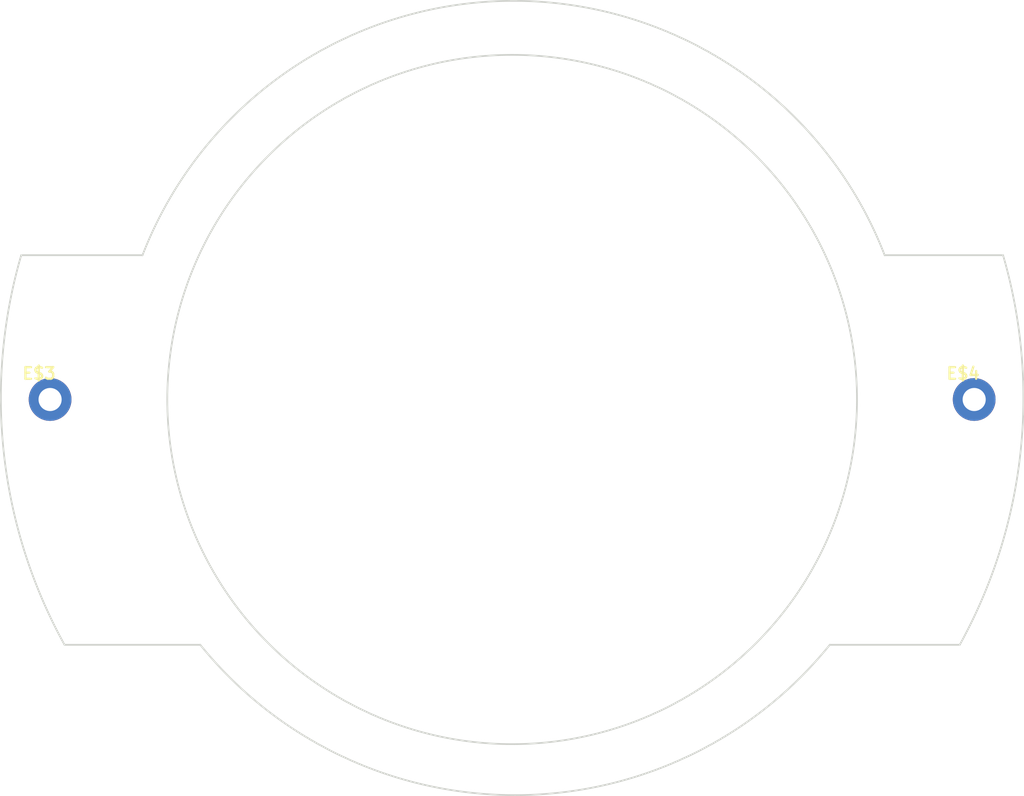
<source format=kicad_pcb>
(kicad_pcb (version 20221018) (generator pcbnew)
  (layers (0 "F.Cu" signal) (31 "B.Cu" signal) (34 "B.Paste" user) (35 "F.Paste" user) (36 "B.SilkS" user "B.Silkscreen") (37 "F.SilkS" user "F.Silkscreen") (38 "B.Mask" user) (39 "F.Mask" user) (44 "Edge.Cuts" user))
  (net 0 "")
  (footprint "working:1X01_NO_SILK" (layer "F.Cu") (at 168.8211 105.070224)
    (fp_text reference "E$4" (at -1.27 -1.143) (layer "F.SilkS") (effects (font (size 0.512064 0.512064) (thickness 0.097536)) (justify left)))
    (fp_text value "")
    (pad "1" thru_hole circle (at 0 0 90) (size 1.8796 1.8796) (drill 1.016) (layers "*.Cu" "*.Mask"))
  )
  (footprint "working:1X01_NO_SILK" (layer "F.Cu") (at 128.1811 105.070224)
    (fp_text reference "E$3" (at -1.27 -1.143) (layer "F.SilkS") (effects (font (size 0.512064 0.512064) (thickness 0.097536)) (justify left)))
    (fp_text value "")
    (pad "1" thru_hole circle (at 0 0 90) (size 1.8796 1.8796) (drill 1.016) (layers "*.Cu" "*.Mask"))
  )
  (gr_line (start 164.8841 98.720224) (end 170.0911 98.720224) (stroke (width 0.0762)) (layer "Edge.Cuts"))
  (gr_arc (start 162.4711 115.865224) (mid 148.6281 122.479673) (end 134.7851 115.865224) (stroke (width 0.0762)) (layer "Edge.Cuts"))
  (gr_line (start 162.4711 115.865224) (end 168.1861 115.865224) (stroke (width 0.0762)) (layer "Edge.Cuts"))
  (gr_line (start 134.7851 115.865224) (end 128.8161 115.865224) (stroke (width 0.0762)) (layer "Edge.Cuts"))
  (gr_arc (start 128.8161 115.865224) (mid 126.153394 107.482747) (end 126.9111 98.720224) (stroke (width 0.0762)) (layer "Edge.Cuts"))
  (gr_circle (center 148.5011 105.070224) (end 163.667365 105.070224) (stroke (width 0.0762)) (fill none) (layer "Edge.Cuts"))
  (gr_arc (start 132.2451 98.720224) (mid 148.5646 87.527527) (end 164.8841 98.720225) (stroke (width 0.0762)) (layer "Edge.Cuts"))
  (gr_arc (start 170.0911 98.720224) (mid 170.848806 107.482747) (end 168.1861 115.865224) (stroke (width 0.0762)) (layer "Edge.Cuts"))
  (gr_line (start 132.2451 98.720224) (end 126.9111 98.720224) (stroke (width 0.0762)) (layer "Edge.Cuts"))
)
</source>
